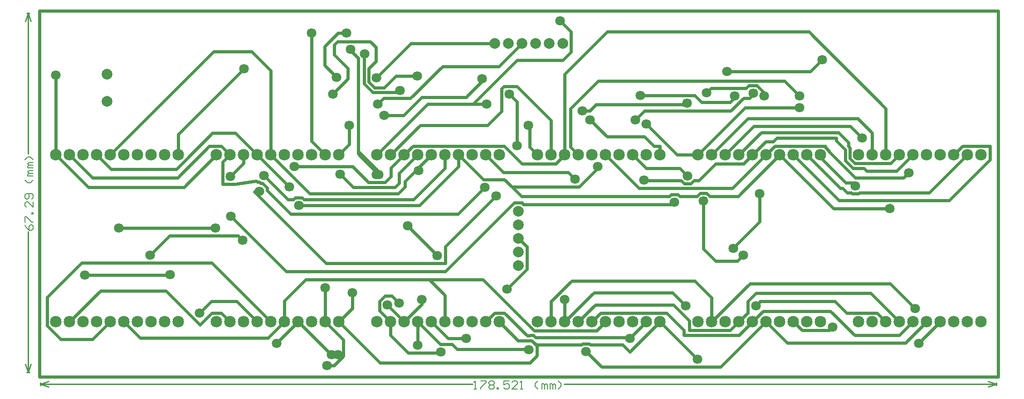
<source format=gtl>
%FSLAX23Y23*%
%MOIN*%
G70*
G01*
G75*
G04 Layer_Physical_Order=1*
G04 Layer_Color=255*
%ADD10C,0.010*%
%ADD11C,0.024*%
%ADD12C,0.006*%
%ADD13C,0.079*%
%ADD14C,0.085*%
%ADD15C,0.071*%
D10*
X1090Y4025D02*
X1110D01*
X1090Y1376D02*
X1110D01*
X1100Y4025D02*
X1120Y3965D01*
X1080D02*
X1100Y4025D01*
Y1376D02*
X1120Y1436D01*
X1080D02*
X1100Y1376D01*
Y2986D02*
Y4025D01*
Y1376D02*
Y2414D01*
X8218Y1280D02*
Y1300D01*
X1190Y1280D02*
Y1300D01*
X8158Y1270D02*
X8218Y1290D01*
X8158Y1310D02*
X8218Y1290D01*
X1190D02*
X1250Y1270D01*
X1190Y1290D02*
X1250Y1310D01*
X5040Y1290D02*
X8218D01*
X1190D02*
X4368D01*
D11*
X6425Y1750D02*
X6504Y1829D01*
X6998D01*
X5145Y1750D02*
X5269Y1874D01*
X5843D01*
X5960Y1757D01*
Y1686D02*
Y1757D01*
Y1686D02*
X6261D01*
X6325Y1750D01*
X6989Y1686D02*
X7013Y1710D01*
X6789Y1686D02*
X6989D01*
X6725Y1750D02*
X6789Y1686D01*
X3684Y1831D02*
X3765Y1750D01*
X3684Y1831D02*
Y1901D01*
X3725Y1942D01*
X3773D01*
X3827Y1888D01*
X3742Y1873D02*
X3865Y1750D01*
X3965Y1579D02*
Y1750D01*
X5745D02*
X6021Y1474D01*
X4619Y1991D02*
X4767Y2139D01*
Y2303D01*
X4705Y2365D02*
X4767Y2303D01*
X1305Y2980D02*
X1543Y2742D01*
X2247D01*
X2485Y2980D01*
X6524Y3079D02*
X6577D01*
X6425Y2980D02*
X6524Y3079D01*
X6371Y3326D02*
X6769D01*
X6025Y2980D02*
X6371Y3326D01*
X6125Y2980D02*
X6391Y3246D01*
X7200D01*
X7305Y3141D01*
Y2980D02*
Y3141D01*
X4693Y3048D02*
Y3372D01*
X4637Y3428D02*
X4693Y3372D01*
X3865Y2980D02*
X3930Y3045D01*
X4600D01*
X4730Y2915D01*
X4980D01*
X5045Y2980D01*
X3385D02*
X3462Y3057D01*
Y3196D01*
X1605Y2980D02*
X1711Y2874D01*
X6477Y2488D02*
Y2695D01*
X2450Y2185D02*
X2885Y1750D01*
X1493Y2185D02*
X2450D01*
X1240Y1932D02*
X1493Y2185D01*
X1240Y1720D02*
Y1932D01*
X2143Y2095D02*
X2144Y2096D01*
X1517Y2095D02*
X2143D01*
X6851Y3593D02*
X6938Y3680D01*
X6236Y3593D02*
X6851D01*
X6825Y2980D02*
X7071Y2734D01*
X5231Y3239D02*
X5357Y3113D01*
X5631D01*
X5700Y3044D01*
X5745D01*
Y2980D02*
Y3044D01*
X3765Y2980D02*
X3984Y3199D01*
X4478D01*
X4579Y3300D01*
Y3468D01*
X4596Y3485D01*
X4694D01*
X4945Y3234D01*
Y2980D02*
Y3234D01*
X4265Y2980D02*
X4446Y2799D01*
X4601D01*
X5150Y2743D02*
X5287Y2880D01*
Y2893D01*
X3889Y2458D02*
X4108Y2239D01*
X3869Y2745D02*
Y2784D01*
X1998Y2242D02*
X2139Y2383D01*
X2645D01*
X2678Y2350D01*
X3385Y1750D02*
X3483Y1848D01*
Y1964D01*
X5523Y1528D02*
X5745Y1750D01*
X3385D02*
X3687Y1448D01*
X4790D01*
X4842Y1500D01*
Y1576D01*
X4702Y1612D02*
X4800D01*
X4565Y1750D02*
X4702Y1612D01*
X1305Y2980D02*
Y3567D01*
X5012Y3967D02*
X5092Y3887D01*
Y3739D02*
Y3887D01*
X5030Y3677D02*
X5092Y3739D01*
X4695Y3677D02*
X5030D01*
X3665Y2980D02*
X4038Y3353D01*
X4787Y3038D02*
Y3185D01*
Y3038D02*
X4845Y2980D01*
X5870D02*
X6025D01*
X5644Y3206D02*
X5870Y2980D01*
X4776Y3196D02*
X4787Y3185D01*
X3339Y3429D02*
X3450Y3540D01*
Y3616D01*
X3350Y3716D02*
X3450Y3616D01*
X3350Y3716D02*
Y3790D01*
X3375Y3815D01*
X3614D01*
X3656Y3773D01*
Y3667D02*
Y3773D01*
X3605Y3616D02*
X3656Y3667D01*
X3605Y3517D02*
Y3616D01*
Y3517D02*
X3647Y3475D01*
X3717D01*
X3804Y3562D01*
X3961D01*
X3718Y3272D02*
X3862D01*
X3995Y3405D01*
X4320D01*
X4438Y3523D01*
Y3540D01*
X5936Y3351D02*
X5945Y3360D01*
X5275Y3351D02*
X5936D01*
X5229Y3304D02*
X5275Y3351D01*
X5174Y3304D02*
X5229D01*
X5600Y3417D02*
X6002D01*
X6052Y3368D01*
X6261D01*
X6293Y3400D01*
Y3413D01*
X6087Y3438D02*
X6119Y3470D01*
X6377D01*
X6397Y3490D01*
X6456D01*
X6510Y3436D01*
Y3413D02*
Y3436D01*
X1768Y2442D02*
X2478D01*
X6314Y2197D02*
X6358Y2241D01*
X6153Y2197D02*
X6314D01*
X6064Y2286D02*
X6153Y2197D01*
X6064Y2286D02*
Y2642D01*
X3822Y3441D02*
X3835Y3454D01*
X3633Y3441D02*
X3822D01*
X3571Y3503D02*
X3633Y3441D01*
X3571Y3503D02*
Y3712D01*
X3583Y3724D01*
X2205Y3131D02*
X2688Y3614D01*
X2205Y2980D02*
Y3131D01*
X5565Y3239D02*
X5629Y3303D01*
X6264D01*
X6359Y3398D01*
X6403D01*
X6430Y3425D01*
Y3433D01*
X6360Y2915D02*
X6425Y2980D01*
X6154Y2915D02*
X6360D01*
X2885Y2980D02*
Y3600D01*
X2745Y3740D02*
X2885Y3600D01*
X2465Y3740D02*
X2745D01*
X1705Y2980D02*
X2465Y3740D01*
X4465Y2980D02*
X4594Y2851D01*
X5072D01*
X5122Y2801D01*
X3185Y3080D02*
X3285Y2980D01*
X3185Y3080D02*
Y3877D01*
X4259Y2543D02*
X4458Y2742D01*
X2621Y2764D02*
X2778Y2787D01*
X2531Y2764D02*
X2621D01*
X2531D02*
Y2926D01*
X2585Y2980D01*
X2521Y3044D02*
X2585Y2980D01*
X2432Y3044D02*
X2521D01*
X2200Y2812D02*
X2432Y3044D01*
X1573Y2812D02*
X2200D01*
X1405Y2980D02*
X1573Y2812D01*
X3828Y2772D02*
Y2843D01*
X3965Y2980D01*
X6659Y3524D02*
X6769Y3414D01*
X5289Y3524D02*
X6659D01*
X5087Y3322D02*
X5289Y3524D01*
X5087Y3038D02*
Y3322D01*
Y3038D02*
X5145Y2980D01*
X7441Y2916D02*
X7505Y2980D01*
X6278Y2733D02*
X6525Y2980D01*
X5592Y2733D02*
X6278D01*
X5345Y2980D02*
X5592Y2733D01*
X6590Y3045D02*
X6960D01*
X6525Y2980D02*
X6590Y3045D01*
X5891Y2881D02*
X5948Y2824D01*
X5644Y2881D02*
X5891D01*
X5545Y2980D02*
X5644Y2881D01*
X4166Y2303D02*
X4541Y2678D01*
X4166Y2181D02*
Y2303D01*
X3291Y2181D02*
X4166D01*
X8170Y2944D02*
Y3045D01*
X7970D02*
X8170D01*
X7905Y2980D02*
X7970Y3045D01*
X3058Y2894D02*
X3486D01*
X3768Y2821D02*
Y2883D01*
X3865Y2980D01*
X7405D02*
Y3321D01*
X6839Y3887D02*
X7405Y3321D01*
X5357Y3887D02*
X6839D01*
X5045Y3575D02*
X5357Y3887D01*
X5045Y2980D02*
Y3575D01*
X2588Y2821D02*
X2685Y2918D01*
Y2980D01*
X2114Y1979D02*
X2365Y1729D01*
X1634Y1979D02*
X2114D01*
X1405Y1750D02*
X1634Y1979D01*
X3765Y1651D02*
Y1750D01*
Y1651D02*
X3895Y1521D01*
X4127D01*
X4133Y1527D01*
X6125Y1750D02*
Y1927D01*
X6000Y2052D02*
X6125Y1927D01*
X5097Y2052D02*
X6000D01*
X4945Y1900D02*
X5097Y2052D01*
X4945Y1750D02*
Y1900D01*
X6125Y1750D02*
X6406Y2031D01*
X7437D01*
X7620Y1848D01*
X3285Y1750D02*
Y2002D01*
Y1750D02*
X3418Y1617D01*
Y1496D02*
Y1617D01*
X3350Y1428D02*
X3418Y1496D01*
X3297Y1428D02*
X3350D01*
X4465Y1750D02*
X4530Y1815D01*
X4600D01*
X5524Y1628D02*
Y1629D01*
X5645Y1750D01*
X5045D02*
Y1915D01*
X3993Y1878D02*
Y1915D01*
X3865Y1750D02*
X3993Y1878D01*
X7341Y1814D02*
X7405Y1750D01*
X7116Y1814D02*
X7341D01*
X4187Y1628D02*
X4322D01*
X4065Y1750D02*
X4187Y1628D01*
X6327Y1652D02*
X6425Y1750D01*
X5921Y1652D02*
X6327D01*
X5921D02*
Y1687D01*
X5794Y1815D02*
X5921Y1687D01*
X5310Y1815D02*
X5794D01*
X5245Y1750D02*
X5310Y1815D01*
X3329Y1506D02*
Y1507D01*
X3085Y1750D02*
X3329Y1506D01*
X2927Y1592D02*
X3085Y1750D01*
X7647Y1592D02*
X7805Y1750D01*
X4253Y1548D02*
X4784D01*
X4217Y1584D02*
X4253Y1548D01*
X4131Y1584D02*
X4217D01*
X3965Y1750D02*
X4131Y1584D01*
X6325Y1750D02*
X6390Y1815D01*
Y1901D01*
X6450Y1961D01*
X7294D01*
X7505Y1750D01*
X2985Y1905D02*
X3140Y2060D01*
X5201Y1532D02*
X5317Y1416D01*
X6191D01*
X6525Y1750D01*
X4165D02*
Y1945D01*
X3140Y2060D02*
X4050D01*
X2985Y1750D02*
Y1905D01*
X3662Y3547D02*
X3915Y3800D01*
X4530D01*
X3377Y3876D02*
X3440D01*
X3279Y3778D02*
X3377Y3876D01*
X3279Y3640D02*
Y3778D01*
Y3640D02*
X3367Y3551D01*
X3669Y3353D02*
X3713Y3397D01*
X3912D01*
X4146Y3631D01*
X4561D01*
X4730Y3800D01*
X3526Y3008D02*
X3677Y2857D01*
X3667Y2845D02*
X3677Y2835D01*
X3526Y2986D02*
X3667Y2845D01*
X3526Y2986D02*
Y3008D01*
X3660Y2835D02*
X3666Y2843D01*
X3667Y2845D01*
X3677Y2857D01*
X4800Y1612D02*
X4842Y1576D01*
X4038Y3353D02*
X4371D01*
X4471D01*
X4371D02*
X4695Y3677D01*
X3969Y2884D02*
X4065Y2980D01*
X3969Y2863D02*
Y2884D01*
X4658Y2743D02*
X5150D01*
X4601Y2799D02*
X4658Y2743D01*
X3329Y1507D02*
X3378D01*
X4050Y2060D02*
X4444D01*
X4050D02*
X4165Y1945D01*
X6279Y2290D02*
X6285D01*
X6279D02*
X6477Y2488D01*
X1185Y1345D02*
X8230D01*
X2763Y2709D02*
X3291Y2181D01*
X2785Y2980D02*
X3022Y2743D01*
X2763Y2709D02*
X2779Y2725D01*
X2790D01*
X2778Y2787D02*
X2783Y2782D01*
X2790Y2725D02*
X2800Y2715D01*
X2783Y2782D02*
X2798D01*
X2809Y2771D01*
X2825D01*
X2800Y2710D02*
Y2715D01*
X2589Y2527D02*
X2996Y2120D01*
X4167D01*
X4165Y2880D02*
Y2980D01*
X3089Y2607D02*
X3977D01*
X4265Y2895D01*
Y2980D01*
X2833Y2828D02*
X3011Y2650D01*
X3935D02*
X4165Y2880D01*
X3011Y2650D02*
X3051D01*
X3065Y2664D01*
X3113D01*
X3127Y2650D01*
X3935D01*
X3032Y2543D02*
X4259D01*
X2857Y2718D02*
X3032Y2543D01*
X2825Y2771D02*
X2857Y2739D01*
Y2718D02*
Y2739D01*
X2885Y2980D02*
X3170Y2695D01*
X3819D01*
X3869Y2745D01*
X3486Y2894D02*
X3602Y2778D01*
X3725D01*
X3768Y2821D01*
X3393Y2836D02*
X3489Y2740D01*
X3797D01*
X3828Y2772D01*
X5045Y1750D02*
X5260Y1965D01*
X5836D01*
X5933Y1868D01*
X5471Y1580D02*
X5523Y1528D01*
X5168Y1580D02*
X5177Y1589D01*
X5225D01*
X5234Y1580D01*
X5471D01*
X4781Y1545D02*
X4784Y1548D01*
X4780Y1545D02*
X4781D01*
X4800Y1612D02*
X4832Y1580D01*
X5168D01*
X4444Y2060D02*
X4819Y1685D01*
X5280D01*
X5345Y1750D01*
X5517Y1635D02*
X5524Y1628D01*
X4790Y1651D02*
X4815D01*
X4831Y1635D01*
X5517D01*
X4600Y1815D02*
X4769Y1646D01*
X4785D01*
X4790Y1651D01*
X6449Y1867D02*
X6482Y1900D01*
X7030D01*
X7116Y1814D01*
X3869Y2784D02*
X3969Y2884D01*
X6625Y2980D02*
X7020Y2585D01*
X7410D01*
X7435D02*
Y2610D01*
X7410Y2585D02*
X7435Y2610D01*
X6725Y2980D02*
X7060Y2645D01*
X7871D01*
X8170Y2944D01*
X7071Y2734D02*
X7086D01*
X7725Y2700D02*
X8005Y2980D01*
X7086Y2734D02*
X7120Y2700D01*
X7170Y2775D02*
X7180Y2765D01*
Y2750D02*
Y2765D01*
X7120Y2700D02*
X7149D01*
X7156Y2693D01*
X7204D01*
X7211Y2700D01*
X7725D01*
X7535Y2810D02*
X7573Y2848D01*
X7485Y2860D02*
X7605Y2980D01*
X6925Y2960D02*
Y2980D01*
Y2960D02*
X7110Y2775D01*
X7170D01*
X7265Y2860D02*
X7485D01*
X7257Y2916D02*
X7441D01*
X7130Y3043D02*
Y3072D01*
X7141Y2953D02*
X7178Y2916D01*
X7107Y2939D02*
Y3018D01*
Y2939D02*
X7164Y2882D01*
X7243D01*
X7040Y3085D02*
X7107Y3018D01*
X7243Y2882D02*
X7265Y2860D01*
X7130Y3043D02*
X7141Y3032D01*
X7257Y2916D02*
X7257Y2916D01*
X7178Y2916D02*
X7257D01*
X7141Y2953D02*
Y3032D01*
X7180Y2810D02*
X7535D01*
X6960Y3036D02*
Y3045D01*
Y3036D02*
X6987Y3009D01*
X6984Y3006D02*
X7180Y2810D01*
X6225Y2980D02*
X6435Y3190D01*
X7145D01*
X7230Y3105D01*
X6325Y2980D02*
X6490Y3145D01*
X7057D01*
X7130Y3072D01*
X6577Y3079D02*
X6603Y3105D01*
X7040D01*
Y3085D02*
Y3105D01*
X4658Y2743D02*
X4726Y2675D01*
X6320D02*
X6625Y2980D01*
X4726Y2675D02*
X5815D01*
X5828Y2688D01*
X5876D01*
X5889Y2675D01*
X6016D01*
X6040Y2699D01*
X6088D01*
X6112Y2675D01*
X6320D01*
X5836Y2615D02*
X5852Y2631D01*
X4730Y2626D02*
X4742Y2615D01*
X5836D01*
X4673Y2626D02*
X4730D01*
X4167Y2120D02*
X4673Y2626D01*
X5628Y2794D02*
X5632Y2790D01*
X6029D02*
X6154Y2915D01*
X5632Y2790D02*
X5901D01*
X5924Y2767D01*
X5972D01*
X5995Y2790D01*
X6029D01*
X3582Y3725D02*
X3583Y3724D01*
X3575Y3725D02*
X3582D01*
X3526Y3008D02*
Y3693D01*
X3470Y3749D02*
Y3758D01*
Y3749D02*
X3526Y3693D01*
X1185Y1345D02*
Y4040D01*
X8230D01*
Y1345D02*
Y4040D01*
X6525Y1750D02*
X6680Y1595D01*
X7550D01*
X7705Y1750D01*
X6998Y1829D02*
X7177Y1650D01*
X7505D01*
X7605Y1750D01*
X1805D02*
X1925Y1630D01*
X2865D01*
X2985Y1750D01*
X1240Y1720D02*
X1340Y1620D01*
X1575D01*
X1705Y1750D01*
X2361Y1815D02*
X2446Y1900D01*
X2635D01*
X2785Y1750D01*
X2521Y1814D02*
X2585Y1750D01*
X2365Y1729D02*
X2450Y1814D01*
X2521D01*
X2625Y3140D02*
X2785Y2980D01*
X2455Y3140D02*
X2625D01*
X2269Y2953D02*
Y2954D01*
X2455Y3140D01*
X2190Y2874D02*
X2269Y2953D01*
X1711Y2874D02*
X2190D01*
D12*
X1076Y2464D02*
X1086Y2444D01*
X1106Y2424D01*
X1126D01*
X1136Y2434D01*
Y2454D01*
X1126Y2464D01*
X1116D01*
X1106Y2454D01*
Y2424D01*
X1076Y2484D02*
Y2524D01*
X1086D01*
X1126Y2484D01*
X1136D01*
Y2544D02*
X1126D01*
Y2554D01*
X1136D01*
Y2544D01*
Y2634D02*
Y2594D01*
X1096Y2634D01*
X1086D01*
X1076Y2624D01*
Y2604D01*
X1086Y2594D01*
X1126Y2654D02*
X1136Y2664D01*
Y2684D01*
X1126Y2694D01*
X1086D01*
X1076Y2684D01*
Y2664D01*
X1086Y2654D01*
X1096D01*
X1106Y2664D01*
Y2694D01*
X1136Y2794D02*
X1116Y2774D01*
X1096D01*
X1076Y2794D01*
X1136Y2824D02*
X1096D01*
Y2834D01*
X1106Y2844D01*
X1136D01*
X1106D01*
X1096Y2854D01*
X1106Y2864D01*
X1136D01*
Y2884D02*
X1096D01*
Y2894D01*
X1106Y2904D01*
X1136D01*
X1106D01*
X1096Y2914D01*
X1106Y2924D01*
X1136D01*
Y2944D02*
X1116Y2964D01*
X1096D01*
X1076Y2944D01*
X4378Y1254D02*
X4398D01*
X4388D01*
Y1314D01*
X4378Y1304D01*
X4428Y1314D02*
X4468D01*
Y1304D01*
X4428Y1264D01*
Y1254D01*
X4488Y1304D02*
X4498Y1314D01*
X4518D01*
X4528Y1304D01*
Y1294D01*
X4518Y1284D01*
X4528Y1274D01*
Y1264D01*
X4518Y1254D01*
X4498D01*
X4488Y1264D01*
Y1274D01*
X4498Y1284D01*
X4488Y1294D01*
Y1304D01*
X4498Y1284D02*
X4518D01*
X4548Y1254D02*
Y1264D01*
X4558D01*
Y1254D01*
X4548D01*
X4638Y1314D02*
X4598D01*
Y1284D01*
X4618Y1294D01*
X4628D01*
X4638Y1284D01*
Y1264D01*
X4628Y1254D01*
X4608D01*
X4598Y1264D01*
X4698Y1254D02*
X4658D01*
X4698Y1294D01*
Y1304D01*
X4688Y1314D01*
X4668D01*
X4658Y1304D01*
X4718Y1254D02*
X4738D01*
X4728D01*
Y1314D01*
X4718Y1304D01*
X4848Y1254D02*
X4828Y1274D01*
Y1294D01*
X4848Y1314D01*
X4878Y1254D02*
Y1294D01*
X4888D01*
X4898Y1284D01*
Y1254D01*
Y1284D01*
X4908Y1294D01*
X4918Y1284D01*
Y1254D01*
X4938D02*
Y1294D01*
X4948D01*
X4958Y1284D01*
Y1254D01*
Y1284D01*
X4968Y1294D01*
X4978Y1284D01*
Y1254D01*
X4998D02*
X5018Y1274D01*
Y1294D01*
X4998Y1314D01*
D13*
X4705Y2165D02*
D03*
Y2265D02*
D03*
Y2365D02*
D03*
Y2465D02*
D03*
Y2565D02*
D03*
X5030Y3800D02*
D03*
X4930D02*
D03*
X4830D02*
D03*
X4730D02*
D03*
X4630D02*
D03*
X4530D02*
D03*
X1679Y3575D02*
D03*
X1681Y3375D02*
D03*
D14*
X8105Y1750D02*
D03*
X8005D02*
D03*
X7905D02*
D03*
X7805D02*
D03*
X7705D02*
D03*
X7605D02*
D03*
X7505D02*
D03*
X7405D02*
D03*
X7305D02*
D03*
X7205D02*
D03*
X8105Y2980D02*
D03*
X8005D02*
D03*
X7905D02*
D03*
X7805D02*
D03*
X7705D02*
D03*
X7605D02*
D03*
X7505D02*
D03*
X7405D02*
D03*
X7305D02*
D03*
X7205D02*
D03*
X6925Y1750D02*
D03*
X6825D02*
D03*
X6725D02*
D03*
X6625D02*
D03*
X6525D02*
D03*
X6425D02*
D03*
X6325D02*
D03*
X6225D02*
D03*
X6125D02*
D03*
X6025D02*
D03*
X6925Y2980D02*
D03*
X6825D02*
D03*
X6725D02*
D03*
X6625D02*
D03*
X6525D02*
D03*
X6425D02*
D03*
X6325D02*
D03*
X6225D02*
D03*
X6125D02*
D03*
X6025D02*
D03*
X5745Y1750D02*
D03*
X5645D02*
D03*
X5545D02*
D03*
X5445D02*
D03*
X5345D02*
D03*
X5245D02*
D03*
X5145D02*
D03*
X5045D02*
D03*
X4945D02*
D03*
X4845D02*
D03*
X5745Y2980D02*
D03*
X5645D02*
D03*
X5545D02*
D03*
X5445D02*
D03*
X5345D02*
D03*
X5245D02*
D03*
X5145D02*
D03*
X5045D02*
D03*
X4945D02*
D03*
X4845D02*
D03*
X4565Y1750D02*
D03*
X4465D02*
D03*
X4365D02*
D03*
X4265D02*
D03*
X4165D02*
D03*
X4065D02*
D03*
X3965D02*
D03*
X3865D02*
D03*
X3765D02*
D03*
X3665D02*
D03*
X4565Y2980D02*
D03*
X4465D02*
D03*
X4365D02*
D03*
X4265D02*
D03*
X4165D02*
D03*
X4065D02*
D03*
X3965D02*
D03*
X3865D02*
D03*
X3765D02*
D03*
X3665D02*
D03*
X3385Y1750D02*
D03*
X3285D02*
D03*
X3185D02*
D03*
X3085D02*
D03*
X2985D02*
D03*
X2885D02*
D03*
X2785D02*
D03*
X2685D02*
D03*
X2585D02*
D03*
X2485D02*
D03*
X3385Y2980D02*
D03*
X3285D02*
D03*
X3185D02*
D03*
X3085D02*
D03*
X2985D02*
D03*
X2885D02*
D03*
X2785D02*
D03*
X2685D02*
D03*
X2585D02*
D03*
X2485D02*
D03*
X2205Y1750D02*
D03*
X2105D02*
D03*
X2005D02*
D03*
X1905D02*
D03*
X1805D02*
D03*
X1705D02*
D03*
X1605D02*
D03*
X1505D02*
D03*
X1405D02*
D03*
X1305D02*
D03*
X2205Y2980D02*
D03*
X2105D02*
D03*
X2005D02*
D03*
X1905D02*
D03*
X1805D02*
D03*
X1705D02*
D03*
X1605D02*
D03*
X1505D02*
D03*
X1405D02*
D03*
X1305D02*
D03*
D15*
X2361Y1815D02*
D03*
X7013Y1710D02*
D03*
X3827Y1888D02*
D03*
X3742Y1873D02*
D03*
X3965Y1579D02*
D03*
X6021Y1474D02*
D03*
X4619Y1991D02*
D03*
X7230Y3105D02*
D03*
X3969Y2863D02*
D03*
X6769Y3326D02*
D03*
X4693Y3048D02*
D03*
X4637Y3428D02*
D03*
X3462Y3196D02*
D03*
X6477Y2695D02*
D03*
X2144Y2096D02*
D03*
X1517Y2095D02*
D03*
X6938Y3680D02*
D03*
X6236Y3593D02*
D03*
X5231Y3239D02*
D03*
X5287Y2893D02*
D03*
X3889Y2458D02*
D03*
X4108Y2239D02*
D03*
X1998Y2242D02*
D03*
X2678Y2350D02*
D03*
X3660Y2835D02*
D03*
X3677D02*
D03*
X3470Y3758D02*
D03*
X3483Y1964D02*
D03*
X2589Y2527D02*
D03*
X5852Y2631D02*
D03*
X1305Y3567D02*
D03*
X4471Y3353D02*
D03*
X4776Y3196D02*
D03*
X5644Y3206D02*
D03*
X3339Y3429D02*
D03*
X3961Y3562D02*
D03*
X3718Y3272D02*
D03*
X4438Y3540D02*
D03*
X5945Y3360D02*
D03*
X5174Y3304D02*
D03*
X5600Y3417D02*
D03*
X6293Y3413D02*
D03*
X6087Y3438D02*
D03*
X6510Y3413D02*
D03*
X1768Y2442D02*
D03*
X2478D02*
D03*
X6358Y2241D02*
D03*
X6064Y2642D02*
D03*
X3835Y3454D02*
D03*
X2688Y3614D02*
D03*
X5565Y3239D02*
D03*
X6430Y3433D02*
D03*
X5628Y2794D02*
D03*
X3089Y2607D02*
D03*
X5122Y2801D02*
D03*
X3185Y3877D02*
D03*
X4458Y2742D02*
D03*
X3022Y2743D02*
D03*
X3393Y2836D02*
D03*
X6769Y3414D02*
D03*
X7573Y2848D02*
D03*
X5948Y2824D02*
D03*
X4541Y2678D02*
D03*
X3058Y2894D02*
D03*
X2588Y2821D02*
D03*
X4133Y1527D02*
D03*
X7620Y1848D02*
D03*
X3285Y2002D02*
D03*
X3297Y1428D02*
D03*
X5524Y1628D02*
D03*
X5045Y1915D02*
D03*
X3993D02*
D03*
X5933Y1868D02*
D03*
X6449Y1867D02*
D03*
X4322Y1628D02*
D03*
X3378Y1507D02*
D03*
X3329Y1506D02*
D03*
X2927Y1592D02*
D03*
X7647D02*
D03*
X5201Y1532D02*
D03*
X3662Y3547D02*
D03*
X3440Y3876D02*
D03*
X3367Y3551D02*
D03*
X3669Y3353D02*
D03*
X6285Y2290D02*
D03*
X2833Y2828D02*
D03*
X2800Y2710D02*
D03*
X4780Y1545D02*
D03*
X7435Y2585D02*
D03*
X7180Y2750D02*
D03*
X3575Y3725D02*
D03*
X5012Y3967D02*
D03*
M02*

</source>
